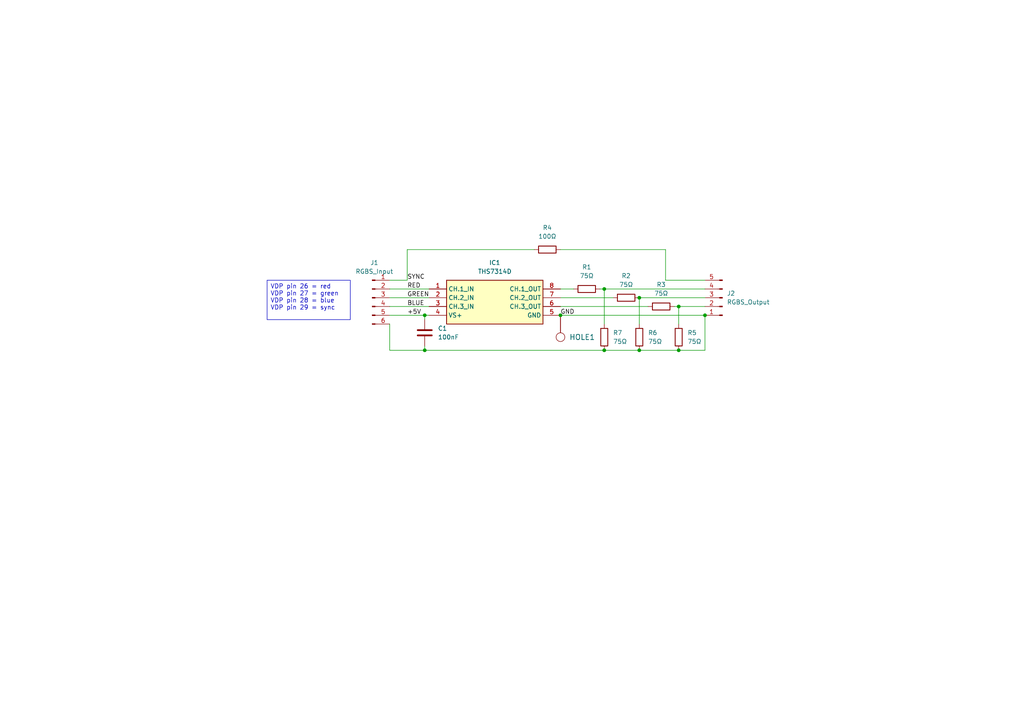
<source format=kicad_sch>
(kicad_sch (version 20230121) (generator eeschema)
  (paper "A4")
  (title_block (title "Sega Mark II RGB Amplifier") (date "2023-09-09") (rev "INITIAL") (company "Brett Hallen") (comment 1 "youtube.com/@brfff") (comment 3 "Idea from にがMSX"))
  (lib_symbols
    (symbol "Connector:Conn_01x05_Pin" (pin_names (offset 1.016) hide)
      (property "Reference" "J" (at 0 7.62 0))
      (property "Value" "Conn_01x05_Pin" (at 0 -7.62 0))
      (symbol "Conn_01x05_Pin_1_1"
        (polyline (pts (xy 1.27 -5.08) (xy 0.8636 -5.08)) (stroke (width 0.1524)))
        (polyline (pts (xy 1.27 -2.54) (xy 0.8636 -2.54)) (stroke (width 0.1524)))
        (polyline (pts (xy 1.27 0) (xy 0.8636 0)) (stroke (width 0.1524)))
        (polyline (pts (xy 1.27 2.54) (xy 0.8636 2.54)) (stroke (width 0.1524)))
        (polyline (pts (xy 1.27 5.08) (xy 0.8636 5.08)) (stroke (width 0.1524)))
        (rectangle (start 0.8636 -4.953) (end 0 -5.207) (stroke (width 0.1524)) (fill (type outline)))
        (rectangle (start 0.8636 -2.413) (end 0 -2.667) (stroke (width 0.1524)) (fill (type outline)))
        (rectangle (start 0.8636 0.127) (end 0 -0.127) (stroke (width 0.1524)) (fill (type outline)))
        (rectangle (start 0.8636 2.667) (end 0 2.413) (stroke (width 0.1524)) (fill (type outline)))
        (rectangle (start 0.8636 5.207) (end 0 4.953) (stroke (width 0.1524)) (fill (type outline)))
        (pin passive line (at 5.08 5.08 180) (length 3.81) (name "Pin_1") (number "1"))
        (pin passive line (at 5.08 2.54 180) (length 3.81) (name "Pin_2") (number "2"))
        (pin passive line (at 5.08 0 180) (length 3.81) (name "Pin_3") (number "3"))
        (pin passive line (at 5.08 -2.54 180) (length 3.81) (name "Pin_4") (number "4"))
        (pin passive line (at 5.08 -5.08 180) (length 3.81) (name "Pin_5") (number "5"))
      )
    )
    (symbol "Connector:Conn_01x06_Pin" (pin_names (offset 1.016) hide)
      (property "Reference" "J" (at 0 7.62 0))
      (property "Value" "Conn_01x06_Pin" (at 0 -10.16 0))
      (symbol "Conn_01x06_Pin_1_1"
        (polyline (pts (xy 1.27 -7.62) (xy 0.8636 -7.62)) (stroke (width 0.1524)))
        (polyline (pts (xy 1.27 -5.08) (xy 0.8636 -5.08)) (stroke (width 0.1524)))
        (polyline (pts (xy 1.27 -2.54) (xy 0.8636 -2.54)) (stroke (width 0.1524)))
        (polyline (pts (xy 1.27 0) (xy 0.8636 0)) (stroke (width 0.1524)))
        (polyline (pts (xy 1.27 2.54) (xy 0.8636 2.54)) (stroke (width 0.1524)))
        (polyline (pts (xy 1.27 5.08) (xy 0.8636 5.08)) (stroke (width 0.1524)))
        (rectangle (start 0.8636 -7.493) (end 0 -7.747) (stroke (width 0.1524)) (fill (type outline)))
        (rectangle (start 0.8636 -4.953) (end 0 -5.207) (stroke (width 0.1524)) (fill (type outline)))
        (rectangle (start 0.8636 -2.413) (end 0 -2.667) (stroke (width 0.1524)) (fill (type outline)))
        (rectangle (start 0.8636 0.127) (end 0 -0.127) (stroke (width 0.1524)) (fill (type outline)))
        (rectangle (start 0.8636 2.667) (end 0 2.413) (stroke (width 0.1524)) (fill (type outline)))
        (rectangle (start 0.8636 5.207) (end 0 4.953) (stroke (width 0.1524)) (fill (type outline)))
        (pin passive line (at 5.08 5.08 180) (length 3.81) (name "Pin_1") (number "1"))
        (pin passive line (at 5.08 2.54 180) (length 3.81) (name "Pin_2") (number "2"))
        (pin passive line (at 5.08 0 180) (length 3.81) (name "Pin_3") (number "3"))
        (pin passive line (at 5.08 -2.54 180) (length 3.81) (name "Pin_4") (number "4"))
        (pin passive line (at 5.08 -5.08 180) (length 3.81) (name "Pin_5") (number "5"))
        (pin passive line (at 5.08 -7.62 180) (length 3.81) (name "Pin_6") (number "6"))
      )
    )
    (symbol "Device:C" (pin_numbers hide) (pin_names (offset 0.254))
      (property "Reference" "C" (at 0.635 2.54 0))
      (property "Value" "C" (at 0.635 -2.54 0))
      (symbol "C_0_1"
        (polyline (pts (xy -2.032 -0.762) (xy 2.032 -0.762)) (stroke (width 0.508)))
        (polyline (pts (xy -2.032 0.762) (xy 2.032 0.762)) (stroke (width 0.508)))
      )
      (symbol "C_1_1"
        (pin passive line (at 0 3.81 270) (length 2.794) (name "~") (number "1"))
        (pin passive line (at 0 -3.81 90) (length 2.794) (name "~") (number "2"))
      )
    )
    (symbol "Device:R" (pin_numbers hide) (pin_names (offset 0))
      (property "Reference" "R" (at 2.032 0 90))
      (property "Value" "R" (at 0 0 90))
      (symbol "R_0_1"
        (rectangle (start -1.016 -2.54) (end 1.016 2.54) (stroke (width 0.254)))
      )
      (symbol "R_1_1"
        (pin passive line (at 0 3.81 270) (length 1.27) (name "~") (number "1"))
        (pin passive line (at 0 -3.81 90) (length 1.27) (name "~") (number "2"))
      )
    )
    (symbol "THS7314DR:THS7314DR"
      (property "Reference" "IC" (at 34.29 7.62 0))
      (property "Value" "THS7314DR" (at 34.29 5.08 0))
      (symbol "THS7314DR_1_1"
        (rectangle (start 5.08 2.54) (end 33.02 -10.16) (stroke (width 0.254)) (fill (type background)))
        (pin passive line (at 0 0 0) (length 5.08) (name "CH.1_IN") (number "1"))
        (pin passive line (at 0 -2.54 0) (length 5.08) (name "CH.2_IN") (number "2"))
        (pin passive line (at 0 -5.08 0) (length 5.08) (name "CH.3_IN") (number "3"))
        (pin passive line (at 0 -7.62 0) (length 5.08) (name "VS+") (number "4"))
        (pin passive line (at 38.1 -7.62 180) (length 5.08) (name "GND") (number "5"))
        (pin passive line (at 38.1 -5.08 180) (length 5.08) (name "CH.3_OUT") (number "6"))
        (pin passive line (at 38.1 -2.54 180) (length 5.08) (name "CH.2_OUT") (number "7"))
        (pin passive line (at 38.1 0 180) (length 5.08) (name "CH.1_OUT") (number "8"))
      )
    )
    (symbol "my_components:HOLE" (pin_numbers hide) (pin_names (offset 1.016) hide)
      (property "Reference" "HOLE" (at 2.54 0 0))
      (symbol "HOLE_0_1"
        (circle (center 0 0) (radius 1.27))
      )
      (symbol "HOLE_1_1"
        (pin input line (at -6.35 0 0) (length 5.08) (name "~") (number "1"))
      )
    )
  )
  (junction (at 175.26 101.6))
  (junction (at 175.26 83.82))
  (junction (at 185.42 101.6))
  (junction (at 185.42 86.36))
  (junction (at 204.47 91.44))
  (junction (at 196.85 88.9))
  (junction (at 162.56 91.44))
  (junction (at 123.19 91.44))
  (junction (at 196.85 101.6))
  (junction (at 123.19 101.6))
  (wire (pts (xy 162.56 91.44) (xy 204.47 91.44)))
  (wire (pts (xy 196.85 101.6) (xy 204.47 101.6)))
  (wire (pts (xy 173.99 83.82) (xy 175.26 83.82)))
  (wire (pts (xy 113.03 81.28) (xy 118.11 81.28)))
  (wire (pts (xy 166.37 83.82) (xy 162.56 83.82)))
  (wire (pts (xy 118.11 81.28) (xy 118.11 72.39)))
  (wire (pts (xy 113.03 91.44) (xy 123.19 91.44)))
  (wire (pts (xy 113.03 101.6) (xy 123.19 101.6)))
  (wire (pts (xy 196.85 88.9) (xy 196.85 93.98)))
  (wire (pts (xy 113.03 86.36) (xy 124.46 86.36)))
  (wire (pts (xy 113.03 83.82) (xy 124.46 83.82)))
  (wire (pts (xy 204.47 91.44) (xy 204.47 101.6)))
  (wire (pts (xy 175.26 83.82) (xy 204.47 83.82)))
  (wire (pts (xy 187.96 88.9) (xy 162.56 88.9)))
  (wire (pts (xy 204.47 81.28) (xy 193.04 81.28)))
  (wire (pts (xy 123.19 91.44) (xy 124.46 91.44)))
  (wire (pts (xy 185.42 93.98) (xy 185.42 86.36)))
  (wire (pts (xy 113.03 88.9) (xy 124.46 88.9)))
  (wire (pts (xy 195.58 88.9) (xy 196.85 88.9)))
  (wire (pts (xy 123.19 101.6) (xy 175.26 101.6)))
  (wire (pts (xy 193.04 81.28) (xy 193.04 72.39)))
  (wire (pts (xy 175.26 83.82) (xy 175.26 93.98)))
  (wire (pts (xy 175.26 101.6) (xy 185.42 101.6)))
  (wire (pts (xy 193.04 72.39) (xy 162.56 72.39)))
  (wire (pts (xy 177.8 86.36) (xy 162.56 86.36)))
  (wire (pts (xy 123.19 91.44) (xy 123.19 92.71)))
  (wire (pts (xy 123.19 100.33) (xy 123.19 101.6)))
  (wire (pts (xy 118.11 72.39) (xy 154.94 72.39)))
  (wire (pts (xy 185.42 101.6) (xy 196.85 101.6)))
  (wire (pts (xy 185.42 86.36) (xy 204.47 86.36)))
  (wire (pts (xy 113.03 93.98) (xy 113.03 101.6)))
  (wire (pts (xy 196.85 88.9) (xy 204.47 88.9)))
  (text_box "VDP pin 26 = red\nVDP pin 27 = green\nVDP pin 28 = blue\nVDP pin 29 = sync" (at 77.47 81.28 0) (size 24.13 11.43) (effects (font (size 1.27 1.27)) (justify left top)))
  (label "+5V" (at 118.11 91.44 0))
  (label "SYNC" (at 118.11 81.28 0))
  (label "GND" (at 162.56 91.44 0))
  (label "RED" (at 118.11 83.82 0))
  (label "GREEN" (at 118.11 86.36 0))
  (label "BLUE" (at 118.11 88.9 0))
  (symbol (lib_id "Device:R") (at 170.18 83.82 270) (unit 1)
    (property "Reference" "R1" (at 170.18 77.47 90))
    (property "Value" "75Ω" (at 170.18 80.01 90))
    (property "Footprint" "Resistor_SMD:R_0805_2012Metric_Pad1.20x1.40mm_HandSolder" (effects hide))
  )
  (symbol (lib_id "Device:R") (at 175.26 97.79 0) (unit 1)
    (property "Reference" "R7" (at 177.8 96.52 0) (effects (justify left)))
    (property "Value" "75Ω" (at 177.8 99.06 0) (effects (justify left)))
    (property "Footprint" "Resistor_SMD:R_0805_2012Metric_Pad1.20x1.40mm_HandSolder" (effects hide))
  )
  (symbol (lib_id "Device:C") (at 123.19 96.52 180) (unit 1)
    (property "Reference" "C1" (at 127 95.25 0) (effects (justify right)))
    (property "Value" "100nF" (at 127 97.79 0) (effects (justify right)))
    (property "Footprint" "Capacitor_SMD:C_0805_2012Metric_Pad1.18x1.45mm_HandSolder" (effects hide))
  )
  (symbol (lib_id "Connector:Conn_01x06_Pin") (at 107.95 86.36 0) (unit 1)
    (property "Reference" "J1" (at 108.585 76.2 0))
    (property "Value" "RGBS_Input" (at 108.585 78.74 0))
    (property "Footprint" "Connector_PinHeader_2.54mm:PinHeader_1x06_P2.54mm_Horizontal" (effects hide))
  )
  (symbol (lib_id "Device:R") (at 196.85 97.79 0) (unit 1)
    (property "Reference" "R5" (at 199.39 96.52 0) (effects (justify left)))
    (property "Value" "75Ω" (at 199.39 99.06 0) (effects (justify left)))
    (property "Footprint" "Resistor_SMD:R_0805_2012Metric_Pad1.20x1.40mm_HandSolder" (effects hide))
  )
  (symbol (lib_id "my_components:HOLE") (at 162.56 97.79 270) (unit 1)
    (property "Reference" "HOLE1" (at 165.1 97.79 90) (effects (font (size 1.524 1.524)) (justify left)))
    (property "Value" "HOLE" (effects hide))
    (property "Footprint" "MountingHole:MountingHole_3.2mm_M3_DIN965_Pad_TopOnly" (effects hide))
  )
  (symbol (lib_id "Device:R") (at 185.42 97.79 0) (unit 1)
    (property "Reference" "R6" (at 187.96 96.52 0) (effects (justify left)))
    (property "Value" "75Ω" (at 187.96 99.06 0) (effects (justify left)))
    (property "Footprint" "Resistor_SMD:R_0805_2012Metric_Pad1.20x1.40mm_HandSolder" (effects hide))
  )
  (symbol (lib_id "Device:R") (at 181.61 86.36 270) (unit 1)
    (property "Reference" "R2" (at 181.61 80.01 90))
    (property "Value" "75Ω" (at 181.61 82.55 90))
    (property "Footprint" "Resistor_SMD:R_0805_2012Metric_Pad1.20x1.40mm_HandSolder" (effects hide))
  )
  (symbol (lib_id "Device:R") (at 158.75 72.39 270) (unit 1)
    (property "Reference" "R4" (at 158.75 66.04 90))
    (property "Value" "100Ω" (at 158.75 68.58 90))
    (property "Footprint" "Resistor_SMD:R_0805_2012Metric_Pad1.20x1.40mm_HandSolder" (effects hide))
  )
  (symbol (lib_id "THS7314DR:THS7314DR") (at 124.46 83.82 0) (unit 1)
    (property "Reference" "IC1" (at 143.51 76.2 0))
    (property "Value" "THS7314D" (at 143.51 78.74 0))
    (property "Footprint" "KiCad:SOIC127P600X175-8N" (effects hide))
    (property "Datasheet" "http://www.ti.com/lit/gpn/THS7314" (effects hide))
    (property "Height" "1.75" (effects hide))
    (property "Mouser Part Number" "595-THS7314DR" (effects hide))
    (property "Mouser Price/Stock" "https://www.mouser.co.uk/ProductDetail/Texas-Instruments/THS7314DR?qs=vD%252BlfiDS0%252BMWkz7XDVK1Ng%3D%3D" (effects hide))
    (property "Manufacturer_Name" "Texas Instruments" (effects hide))
    (property "Manufacturer_Part_Number" "THS7314DR" (effects hide))
  )
  (symbol (lib_id "Connector:Conn_01x05_Pin") (at 209.55 86.36 180) (unit 1)
    (property "Reference" "J2" (at 210.82 85.09 0) (effects (justify right)))
    (property "Value" "RGBS_Output" (at 210.82 87.63 0) (effects (justify right)))
    (property "Footprint" "Connector_PinHeader_2.54mm:PinHeader_1x05_P2.54mm_Horizontal" (effects hide))
  )
  (symbol (lib_id "Device:R") (at 191.77 88.9 270) (unit 1)
    (property "Reference" "R3" (at 191.77 82.55 90))
    (property "Value" "75Ω" (at 191.77 85.09 90))
    (property "Footprint" "Resistor_SMD:R_0805_2012Metric_Pad1.20x1.40mm_HandSolder" (effects hide))
  )
)
</source>
